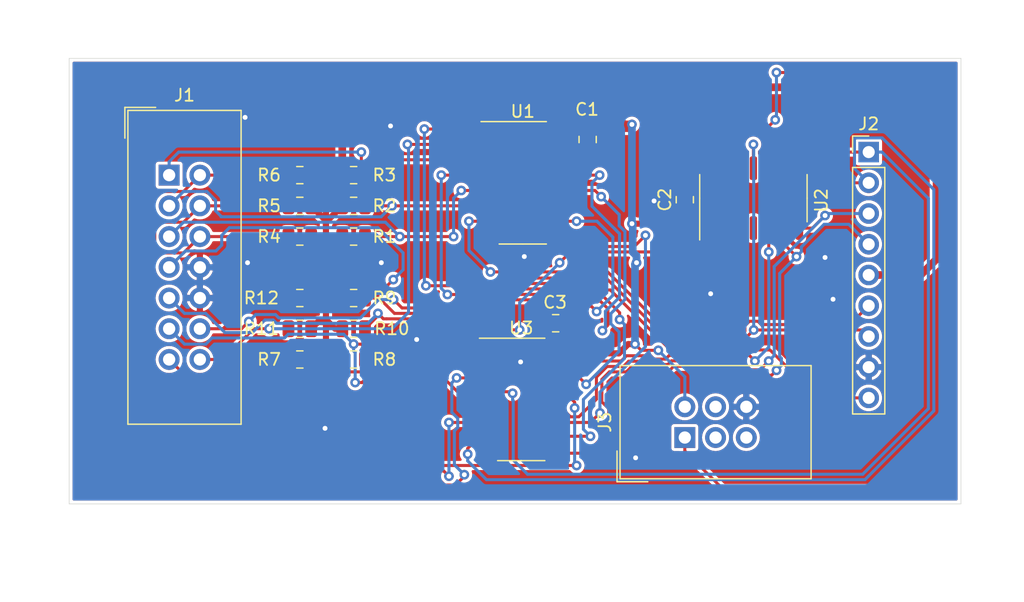
<source format=kicad_pcb>
(kicad_pcb (version 20171130) (host pcbnew "(5.1.4)-1")
  (layers (0 F.Cu signal) (31 B.Cu signal) (34 B.Paste user) (35 F.Paste user) (36 B.SilkS user) (37 F.SilkS user) (38 B.Mask user) (39 F.Mask user) (44 Edge.Cuts user))
  (net 0 "")
  (net 1 TR)
  (net 2 GND)
  (net 3 TH)
  (net 4 TL)
  (net 5 +5V)
  (net 6 RIGHT)
  (net 7 LEFT)
  (net 8 DOWN)
  (net 9 UP)
  (net 10 BUTTON_A)
  (net 11 BUTTON_B)
  (net 12 BUTTON_C)
  (net 13 BUTTON_X)
  (net 14 BUTTON_Y)
  (net 15 BUTTON_Z)
  (net 16 BUTTON_UP)
  (net 17 BUTTON_DOWN)
  (net 18 BUTTON_LEFT)
  (net 19 BUTTON_RIGHT)
  (net 20 BUTTON_START)
  (net 21 BUTTON_MODE)
  (net 22 "Net-(U1-Pad12)")
  (net 23 "Net-(U1-Pad9)")
  (net 24 "Net-(U2-Pad5)")
  (net 25 "Net-(U2-Pad2)")
  (net 26 "Net-(J3-Pad1)")
  (module Connector_IDC:IDC-Header_2x03_P2.54mm_Vertical (layer F.Cu) (at 139.7508 69.4436 90)
    (fp_text reference J3 (at 1.27 -6.604 90) (layer F.SilkS))
    (fp_text value Conn_02x03_Odd_Even)
    (pad 6 thru_hole oval (at 2.54 5.08 90) (size 1.7272 1.7272) (drill 1.016) (layers *.Cu *.Mask) (net 2 GND))
    (pad 5 thru_hole oval (at 0 5.08 90) (size 1.7272 1.7272) (drill 1.016) (layers *.Cu *.Mask))
    (pad 4 thru_hole oval (at 2.54 2.54 90) (size 1.7272 1.7272) (drill 1.016) (layers *.Cu *.Mask))
    (pad 3 thru_hole oval (at 0 2.54 90) (size 1.7272 1.7272) (drill 1.016) (layers *.Cu *.Mask))
    (pad 2 thru_hole oval (at 2.54 0 90) (size 1.7272 1.7272) (drill 1.016) (layers *.Cu *.Mask) (net 5 +5V))
    (pad 1 thru_hole rect (at 0 0 90) (size 1.7272 1.7272) (drill 1.016) (layers *.Cu *.Mask) (net 26 "Net-(J3-Pad1)"))
  )
  (module Capacitor_SMD:C_0805_2012Metric (layer F.Cu) (at 129.0828 59.9948 180)
    (fp_text reference C3 (at 0.0508 1.7272) (layer F.SilkS))
    (fp_text value 0.1u)
    (pad 2 smd roundrect (at 0.9375 0 180) (size 0.975 1.4) (layers F.Cu F.Paste F.Mask) (net 2 GND))
    (pad 1 smd roundrect (at -0.9375 0 180) (size 0.975 1.4) (layers F.Cu F.Paste F.Mask) (net 5 +5V))
  )
  (module Capacitor_SMD:C_0805_2012Metric (layer F.Cu) (at 139.7508 49.784 90)
    (fp_text reference C2 (at 0 -1.65 90) (layer F.SilkS))
    (fp_text value 0.1u)
    (pad 2 smd roundrect (at 0.9375 0 90) (size 0.975 1.4) (layers F.Cu F.Paste F.Mask) (net 2 GND))
    (pad 1 smd roundrect (at -0.9375 0 90) (size 0.975 1.4) (layers F.Cu F.Paste F.Mask) (net 5 +5V))
  )
  (module Capacitor_SMD:C_0805_2012Metric (layer F.Cu) (at 131.7244 44.8056 270)
    (fp_text reference C1 (at -2.4892 0.0508 180) (layer F.SilkS))
    (fp_text value 0.1u)
    (pad 2 smd roundrect (at 0.9375 0 270) (size 0.975 1.4) (layers F.Cu F.Paste F.Mask) (net 2 GND))
    (pad 1 smd roundrect (at -0.9375 0 270) (size 0.975 1.4) (layers F.Cu F.Paste F.Mask) (net 5 +5V))
  )
  (module Package_SO:SOIC-16_3.9x9.9mm_P1.27mm (layer F.Cu) (at 126.238 66.294)
    (fp_text reference U3 (at 0 -5.9) (layer F.SilkS))
    (fp_text value 74LS257)
    (pad 16 smd roundrect (at 2.475 -4.445) (size 1.95 0.6) (layers F.Cu F.Paste F.Mask) (net 5 +5V))
    (pad 15 smd roundrect (at 2.475 -3.175) (size 1.95 0.6) (layers F.Cu F.Paste F.Mask) (net 24 "Net-(U2-Pad5)"))
    (pad 14 smd roundrect (at 2.475 -1.905) (size 1.95 0.6) (layers F.Cu F.Paste F.Mask) (net 22 "Net-(U1-Pad12)"))
    (pad 13 smd roundrect (at 2.475 -0.635) (size 1.95 0.6) (layers F.Cu F.Paste F.Mask) (net 13 BUTTON_X))
    (pad 12 smd roundrect (at 2.475 0.635) (size 1.95 0.6) (layers F.Cu F.Paste F.Mask) (net 7 LEFT))
    (pad 11 smd roundrect (at 2.475 1.905) (size 1.95 0.6) (layers F.Cu F.Paste F.Mask) (net 23 "Net-(U1-Pad9)"))
    (pad 10 smd roundrect (at 2.475 3.175) (size 1.95 0.6) (layers F.Cu F.Paste F.Mask) (net 21 BUTTON_MODE))
    (pad 9 smd roundrect (at 2.475 4.445) (size 1.95 0.6) (layers F.Cu F.Paste F.Mask) (net 6 RIGHT))
    (pad 8 smd roundrect (at -2.475 4.445) (size 1.95 0.6) (layers F.Cu F.Paste F.Mask) (net 2 GND))
    (pad 7 smd roundrect (at -2.475 3.175) (size 1.95 0.6) (layers F.Cu F.Paste F.Mask) (net 8 DOWN))
    (pad 6 smd roundrect (at -2.475 1.905) (size 1.95 0.6) (layers F.Cu F.Paste F.Mask) (net 14 BUTTON_Y))
    (pad 5 smd roundrect (at -2.475 0.635) (size 1.95 0.6) (layers F.Cu F.Paste F.Mask) (net 17 BUTTON_DOWN))
    (pad 4 smd roundrect (at -2.475 -0.635) (size 1.95 0.6) (layers F.Cu F.Paste F.Mask) (net 9 UP))
    (pad 3 smd roundrect (at -2.475 -1.905) (size 1.95 0.6) (layers F.Cu F.Paste F.Mask) (net 15 BUTTON_Z))
    (pad 2 smd roundrect (at -2.475 -3.175) (size 1.95 0.6) (layers F.Cu F.Paste F.Mask) (net 16 BUTTON_UP))
    (pad 1 smd roundrect (at -2.475 -4.445) (size 1.95 0.6) (layers F.Cu F.Paste F.Mask) (net 25 "Net-(U2-Pad2)"))
  )
  (module Package_SO:SOIC-14_3.9x8.7mm_P1.27mm (layer F.Cu) (at 145.415 49.657 90)
    (fp_text reference U2 (at -0.1778 5.6134 90) (layer F.SilkS))
    (fp_text value ATtiny204-SS)
    (pad 14 smd roundrect (at 2.475 -3.81 90) (size 1.95 0.6) (layers F.Cu F.Paste F.Mask) (net 2 GND))
    (pad 13 smd roundrect (at 2.475 -2.54 90) (size 1.95 0.6) (layers F.Cu F.Paste F.Mask))
    (pad 12 smd roundrect (at 2.475 -1.27 90) (size 1.95 0.6) (layers F.Cu F.Paste F.Mask))
    (pad 11 smd roundrect (at 2.475 0 90) (size 1.95 0.6) (layers F.Cu F.Paste F.Mask) (net 3 TH))
    (pad 10 smd roundrect (at 2.475 1.27 90) (size 1.95 0.6) (layers F.Cu F.Paste F.Mask) (net 26 "Net-(J3-Pad1)"))
    (pad 9 smd roundrect (at 2.475 2.54 90) (size 1.95 0.6) (layers F.Cu F.Paste F.Mask) (net 9 UP))
    (pad 8 smd roundrect (at 2.475 3.81 90) (size 1.95 0.6) (layers F.Cu F.Paste F.Mask) (net 8 DOWN))
    (pad 7 smd roundrect (at -2.475 3.81 90) (size 1.95 0.6) (layers F.Cu F.Paste F.Mask) (net 7 LEFT))
    (pad 6 smd roundrect (at -2.475 2.54 90) (size 1.95 0.6) (layers F.Cu F.Paste F.Mask) (net 6 RIGHT))
    (pad 5 smd roundrect (at -2.475 1.27 90) (size 1.95 0.6) (layers F.Cu F.Paste F.Mask) (net 24 "Net-(U2-Pad5)"))
    (pad 4 smd roundrect (at -2.475 0 90) (size 1.95 0.6) (layers F.Cu F.Paste F.Mask))
    (pad 3 smd roundrect (at -2.475 -1.27 90) (size 1.95 0.6) (layers F.Cu F.Paste F.Mask))
    (pad 2 smd roundrect (at -2.475 -2.54 90) (size 1.95 0.6) (layers F.Cu F.Paste F.Mask) (net 25 "Net-(U2-Pad2)"))
    (pad 1 smd roundrect (at -2.475 -3.81 90) (size 1.95 0.6) (layers F.Cu F.Paste F.Mask) (net 5 +5V))
  )
  (module Package_SO:SOIC-16_3.9x9.9mm_P1.27mm (layer F.Cu) (at 126.365 48.387)
    (fp_text reference U1 (at 0 -5.9) (layer F.SilkS))
    (fp_text value 74LS257)
    (pad 16 smd roundrect (at 2.475 -4.445) (size 1.95 0.6) (layers F.Cu F.Paste F.Mask) (net 5 +5V))
    (pad 15 smd roundrect (at 2.475 -3.175) (size 1.95 0.6) (layers F.Cu F.Paste F.Mask) (net 2 GND))
    (pad 14 smd roundrect (at 2.475 -1.905) (size 1.95 0.6) (layers F.Cu F.Paste F.Mask) (net 2 GND))
    (pad 13 smd roundrect (at 2.475 -0.635) (size 1.95 0.6) (layers F.Cu F.Paste F.Mask) (net 18 BUTTON_LEFT))
    (pad 12 smd roundrect (at 2.475 0.635) (size 1.95 0.6) (layers F.Cu F.Paste F.Mask) (net 22 "Net-(U1-Pad12)"))
    (pad 11 smd roundrect (at 2.475 1.905) (size 1.95 0.6) (layers F.Cu F.Paste F.Mask) (net 2 GND))
    (pad 10 smd roundrect (at 2.475 3.175) (size 1.95 0.6) (layers F.Cu F.Paste F.Mask) (net 19 BUTTON_RIGHT))
    (pad 9 smd roundrect (at 2.475 4.445) (size 1.95 0.6) (layers F.Cu F.Paste F.Mask) (net 23 "Net-(U1-Pad9)"))
    (pad 8 smd roundrect (at -2.475 4.445) (size 1.95 0.6) (layers F.Cu F.Paste F.Mask) (net 2 GND))
    (pad 7 smd roundrect (at -2.475 3.175) (size 1.95 0.6) (layers F.Cu F.Paste F.Mask) (net 4 TL))
    (pad 6 smd roundrect (at -2.475 1.905) (size 1.95 0.6) (layers F.Cu F.Paste F.Mask) (net 11 BUTTON_B))
    (pad 5 smd roundrect (at -2.475 0.635) (size 1.95 0.6) (layers F.Cu F.Paste F.Mask) (net 10 BUTTON_A))
    (pad 4 smd roundrect (at -2.475 -0.635) (size 1.95 0.6) (layers F.Cu F.Paste F.Mask) (net 1 TR))
    (pad 3 smd roundrect (at -2.475 -1.905) (size 1.95 0.6) (layers F.Cu F.Paste F.Mask) (net 12 BUTTON_C))
    (pad 2 smd roundrect (at -2.475 -3.175) (size 1.95 0.6) (layers F.Cu F.Paste F.Mask) (net 20 BUTTON_START))
    (pad 1 smd roundrect (at -2.475 -4.445) (size 1.95 0.6) (layers F.Cu F.Paste F.Mask) (net 3 TH))
  )
  (module Resistor_SMD:R_0805_2012Metric (layer F.Cu) (at 107.95 57.912 180)
    (fp_text reference R12 (at 3.175 0) (layer F.SilkS))
    (fp_text value 47k)
    (pad 2 smd roundrect (at 0.9375 0 180) (size 0.975 1.4) (layers F.Cu F.Paste F.Mask) (net 21 BUTTON_MODE))
    (pad 1 smd roundrect (at -0.9375 0 180) (size 0.975 1.4) (layers F.Cu F.Paste F.Mask) (net 5 +5V))
  )
  (module Resistor_SMD:R_0805_2012Metric (layer F.Cu) (at 107.95 60.452 180)
    (fp_text reference R11 (at 3.175 0) (layer F.SilkS))
    (fp_text value 47k)
    (pad 2 smd roundrect (at 0.9375 0 180) (size 0.975 1.4) (layers F.Cu F.Paste F.Mask) (net 20 BUTTON_START))
    (pad 1 smd roundrect (at -0.9375 0 180) (size 0.975 1.4) (layers F.Cu F.Paste F.Mask) (net 5 +5V))
  )
  (module Resistor_SMD:R_0805_2012Metric (layer F.Cu) (at 112.395 60.452)
    (fp_text reference R10 (at 3.16 0) (layer F.SilkS))
    (fp_text value 47k)
    (pad 2 smd roundrect (at 0.9375 0) (size 0.975 1.4) (layers F.Cu F.Paste F.Mask) (net 19 BUTTON_RIGHT))
    (pad 1 smd roundrect (at -0.9375 0) (size 0.975 1.4) (layers F.Cu F.Paste F.Mask) (net 5 +5V))
  )
  (module Resistor_SMD:R_0805_2012Metric (layer F.Cu) (at 112.395 57.912)
    (fp_text reference R9 (at 2.54 0) (layer F.SilkS))
    (fp_text value 47k)
    (pad 2 smd roundrect (at 0.9375 0) (size 0.975 1.4) (layers F.Cu F.Paste F.Mask) (net 18 BUTTON_LEFT))
    (pad 1 smd roundrect (at -0.9375 0) (size 0.975 1.4) (layers F.Cu F.Paste F.Mask) (net 5 +5V))
  )
  (module Resistor_SMD:R_0805_2012Metric (layer F.Cu) (at 112.395 62.992)
    (fp_text reference R8 (at 2.54 0) (layer F.SilkS))
    (fp_text value 47k)
    (pad 2 smd roundrect (at 0.9375 0) (size 0.975 1.4) (layers F.Cu F.Paste F.Mask) (net 17 BUTTON_DOWN))
    (pad 1 smd roundrect (at -0.9375 0) (size 0.975 1.4) (layers F.Cu F.Paste F.Mask) (net 5 +5V))
  )
  (module Resistor_SMD:R_0805_2012Metric (layer F.Cu) (at 107.95 62.992 180)
    (fp_text reference R7 (at 2.54 0) (layer F.SilkS))
    (fp_text value 47k)
    (pad 2 smd roundrect (at 0.9375 0 180) (size 0.975 1.4) (layers F.Cu F.Paste F.Mask) (net 16 BUTTON_UP))
    (pad 1 smd roundrect (at -0.9375 0 180) (size 0.975 1.4) (layers F.Cu F.Paste F.Mask) (net 5 +5V))
  )
  (module Resistor_SMD:R_0805_2012Metric (layer F.Cu) (at 107.95 47.752 180)
    (fp_text reference R6 (at 2.539999 0) (layer F.SilkS))
    (fp_text value 47k)
    (pad 2 smd roundrect (at 0.9375 0 180) (size 0.975 1.4) (layers F.Cu F.Paste F.Mask) (net 15 BUTTON_Z))
    (pad 1 smd roundrect (at -0.9375 0 180) (size 0.975 1.4) (layers F.Cu F.Paste F.Mask) (net 5 +5V))
  )
  (module Resistor_SMD:R_0805_2012Metric (layer F.Cu) (at 107.95 50.292 180)
    (fp_text reference R5 (at 2.54 0) (layer F.SilkS))
    (fp_text value 47k)
    (pad 2 smd roundrect (at 0.9375 0 180) (size 0.975 1.4) (layers F.Cu F.Paste F.Mask) (net 14 BUTTON_Y))
    (pad 1 smd roundrect (at -0.9375 0 180) (size 0.975 1.4) (layers F.Cu F.Paste F.Mask) (net 5 +5V))
  )
  (module Resistor_SMD:R_0805_2012Metric (layer F.Cu) (at 107.95 52.832 180)
    (fp_text reference R4 (at 2.54 0) (layer F.SilkS))
    (fp_text value 47k)
    (pad 2 smd roundrect (at 0.9375 0 180) (size 0.975 1.4) (layers F.Cu F.Paste F.Mask) (net 13 BUTTON_X))
    (pad 1 smd roundrect (at -0.9375 0 180) (size 0.975 1.4) (layers F.Cu F.Paste F.Mask) (net 5 +5V))
  )
  (module Resistor_SMD:R_0805_2012Metric (layer F.Cu) (at 112.395 47.752)
    (fp_text reference R3 (at 2.54 0) (layer F.SilkS))
    (fp_text value 47k)
    (pad 2 smd roundrect (at 0.9375 0) (size 0.975 1.4) (layers F.Cu F.Paste F.Mask) (net 12 BUTTON_C))
    (pad 1 smd roundrect (at -0.9375 0) (size 0.975 1.4) (layers F.Cu F.Paste F.Mask) (net 5 +5V))
  )
  (module Resistor_SMD:R_0805_2012Metric (layer F.Cu) (at 112.395001 50.292)
    (fp_text reference R2 (at 2.539999 0) (layer F.SilkS))
    (fp_text value 47k)
    (pad 2 smd roundrect (at 0.9375 0) (size 0.975 1.4) (layers F.Cu F.Paste F.Mask) (net 11 BUTTON_B))
    (pad 1 smd roundrect (at -0.9375 0) (size 0.975 1.4) (layers F.Cu F.Paste F.Mask) (net 5 +5V))
  )
  (module Resistor_SMD:R_0805_2012Metric (layer F.Cu) (at 112.395001 52.832)
    (fp_text reference R1 (at 2.539999 0) (layer F.SilkS))
    (fp_text value 47k)
    (pad 2 smd roundrect (at 0.9375 0) (size 0.975 1.4) (layers F.Cu F.Paste F.Mask) (net 10 BUTTON_A))
    (pad 1 smd roundrect (at -0.9375 0) (size 0.975 1.4) (layers F.Cu F.Paste F.Mask) (net 5 +5V))
  )
  (module Connector_PinHeader_2.54mm:PinHeader_1x09_P2.54mm_Vertical (layer F.Cu) (at 154.94 45.847)
    (fp_text reference J2 (at 0 -2.33) (layer F.SilkS))
    (fp_text value DB9_Female)
    (pad 9 thru_hole oval (at 0 20.32) (size 1.7 1.7) (drill 1) (layers *.Cu *.Mask) (net 1 TR))
    (pad 8 thru_hole oval (at 0 17.78) (size 1.7 1.7) (drill 1) (layers *.Cu *.Mask) (net 2 GND))
    (pad 7 thru_hole oval (at 0 15.24) (size 1.7 1.7) (drill 1) (layers *.Cu *.Mask) (net 3 TH))
    (pad 6 thru_hole oval (at 0 12.7) (size 1.7 1.7) (drill 1) (layers *.Cu *.Mask) (net 4 TL))
    (pad 5 thru_hole oval (at 0 10.16) (size 1.7 1.7) (drill 1) (layers *.Cu *.Mask) (net 5 +5V))
    (pad 4 thru_hole oval (at 0 7.62) (size 1.7 1.7) (drill 1) (layers *.Cu *.Mask) (net 6 RIGHT))
    (pad 3 thru_hole oval (at 0 5.08) (size 1.7 1.7) (drill 1) (layers *.Cu *.Mask) (net 7 LEFT))
    (pad 2 thru_hole oval (at 0 2.54) (size 1.7 1.7) (drill 1) (layers *.Cu *.Mask) (net 8 DOWN))
    (pad 1 thru_hole rect (at 0 0) (size 1.7 1.7) (drill 1) (layers *.Cu *.Mask) (net 9 UP))
  )
  (module Connector_IDC:IDC-Header_2x07_P2.54mm_Vertical (layer F.Cu) (at 97.155 47.752)
    (fp_text reference J1 (at 1.27 -6.604) (layer F.SilkS))
    (fp_text value Conn_02x07_Odd_Even)
    (pad 14 thru_hole oval (at 2.54 15.24) (size 1.7272 1.7272) (drill 1.016) (layers *.Cu *.Mask) (net 20 BUTTON_START))
    (pad 13 thru_hole oval (at 0 15.24) (size 1.7272 1.7272) (drill 1.016) (layers *.Cu *.Mask) (net 16 BUTTON_UP))
    (pad 12 thru_hole oval (at 2.54 12.7) (size 1.7272 1.7272) (drill 1.016) (layers *.Cu *.Mask) (net 21 BUTTON_MODE))
    (pad 11 thru_hole oval (at 0 12.7) (size 1.7272 1.7272) (drill 1.016) (layers *.Cu *.Mask) (net 17 BUTTON_DOWN))
    (pad 10 thru_hole oval (at 2.54 10.16) (size 1.7272 1.7272) (drill 1.016) (layers *.Cu *.Mask) (net 2 GND))
    (pad 9 thru_hole oval (at 0 10.16) (size 1.7272 1.7272) (drill 1.016) (layers *.Cu *.Mask) (net 19 BUTTON_RIGHT))
    (pad 8 thru_hole oval (at 2.54 7.62) (size 1.7272 1.7272) (drill 1.016) (layers *.Cu *.Mask) (net 2 GND))
    (pad 7 thru_hole oval (at 0 7.62) (size 1.7272 1.7272) (drill 1.016) (layers *.Cu *.Mask) (net 18 BUTTON_LEFT))
    (pad 6 thru_hole oval (at 2.54 5.08) (size 1.7272 1.7272) (drill 1.016) (layers *.Cu *.Mask) (net 13 BUTTON_X))
    (pad 5 thru_hole oval (at 0 5.08) (size 1.7272 1.7272) (drill 1.016) (layers *.Cu *.Mask) (net 10 BUTTON_A))
    (pad 4 thru_hole oval (at 2.54 2.54) (size 1.7272 1.7272) (drill 1.016) (layers *.Cu *.Mask) (net 14 BUTTON_Y))
    (pad 3 thru_hole oval (at 0 2.54) (size 1.7272 1.7272) (drill 1.016) (layers *.Cu *.Mask) (net 11 BUTTON_B))
    (pad 2 thru_hole oval (at 2.54 0) (size 1.7272 1.7272) (drill 1.016) (layers *.Cu *.Mask) (net 15 BUTTON_Z))
    (pad 1 thru_hole rect (at 0 0) (size 1.7272 1.7272) (drill 1.016) (layers *.Cu *.Mask) (net 12 BUTTON_C))
  )
  (gr_line (start 88.9 74.93) (end 88.9 38.1) (layer Edge.Cuts) (width 0.05))
  (gr_line (start 162.56 74.93) (end 88.9 74.93) (layer Edge.Cuts) (width 0.05))
  (gr_line (start 162.56 38.1) (end 162.56 74.93) (layer Edge.Cuts) (width 0.05))
  (gr_line (start 88.9 38.1) (end 162.56 38.1) (layer Edge.Cuts) (width 0.05))
  (via (at 119.634 47.752) (size 0.8) (drill 0.4) (layers F.Cu B.Cu) (net 1))
  (segment (start 123.89 47.752) (end 119.634 47.752) (width 0.25) (layer F.Cu) (net 1))
  (via (at 120.142 57.621) (size 0.8) (drill 0.4) (layers F.Cu B.Cu) (net 1))
  (segment (start 119.634 47.752) (end 119.634 57.113) (width 0.25) (layer B.Cu) (net 1))
  (segment (start 119.634 57.113) (end 120.142 57.621) (width 0.25) (layer B.Cu) (net 1))
  (segment (start 146.7866 62.2046) (end 150.749 66.167) (width 0.25) (layer F.Cu) (net 1))
  (segment (start 138.557 62.2046) (end 146.7866 62.2046) (width 0.25) (layer F.Cu) (net 1))
  (segment (start 150.749 66.167) (end 154.94 66.167) (width 0.25) (layer F.Cu) (net 1))
  (segment (start 133.599381 57.246981) (end 138.557 62.2046) (width 0.25) (layer F.Cu) (net 1))
  (segment (start 131.668981 57.246981) (end 133.599381 57.246981) (width 0.25) (layer F.Cu) (net 1))
  (segment (start 131.13301 56.71101) (end 131.668981 57.246981) (width 0.25) (layer F.Cu) (net 1))
  (segment (start 124.71541 56.71101) (end 131.13301 56.71101) (width 0.25) (layer F.Cu) (net 1))
  (segment (start 123.80542 57.621) (end 124.71541 56.71101) (width 0.25) (layer F.Cu) (net 1))
  (segment (start 120.142 57.621) (end 123.80542 57.621) (width 0.25) (layer F.Cu) (net 1))
  (via (at 114.681 54.991) (size 0.8) (drill 0.4) (layers F.Cu B.Cu) (net 2))
  (via (at 103.632 54.991) (size 0.8) (drill 0.4) (layers F.Cu B.Cu) (net 2))
  (via (at 126.492 54.483) (size 0.8) (drill 0.4) (layers F.Cu B.Cu) (net 2))
  (via (at 115.443 43.688) (size 0.8) (drill 0.4) (layers F.Cu B.Cu) (net 2))
  (via (at 117.602 61.341) (size 0.8) (drill 0.4) (layers F.Cu B.Cu) (net 2))
  (via (at 141.8844 57.5564) (size 0.8) (drill 0.4) (layers F.Cu B.Cu) (net 2))
  (via (at 151.9936 58.0136) (size 0.8) (drill 0.4) (layers F.Cu B.Cu) (net 2))
  (via (at 137.2108 49.8856) (size 0.8) (drill 0.4) (layers F.Cu B.Cu) (net 2))
  (via (at 126.1872 63.1952) (size 0.8) (drill 0.4) (layers F.Cu B.Cu) (net 2))
  (via (at 110.0328 68.6816) (size 0.8) (drill 0.4) (layers F.Cu B.Cu) (net 2))
  (via (at 103.4288 42.9768) (size 0.8) (drill 0.4) (layers F.Cu B.Cu) (net 2))
  (via (at 135.6868 71.12) (size 0.8) (drill 0.4) (layers F.Cu B.Cu) (net 2))
  (via (at 151.3332 54.5592) (size 0.8) (drill 0.4) (layers F.Cu B.Cu) (net 2))
  (via (at 118.237 43.942) (size 0.8) (drill 0.4) (layers F.Cu B.Cu) (net 3))
  (segment (start 123.89 43.942) (end 118.237 43.942) (width 0.25) (layer F.Cu) (net 3))
  (via (at 118.364 56.896) (size 0.8) (drill 0.4) (layers F.Cu B.Cu) (net 3))
  (segment (start 118.237 43.942) (end 118.237 56.769) (width 0.25) (layer B.Cu) (net 3))
  (segment (start 118.237 56.769) (end 118.364 56.896) (width 0.25) (layer B.Cu) (net 3))
  (via (at 145.415 45.212) (size 0.8) (drill 0.4) (layers F.Cu B.Cu) (net 3))
  (segment (start 145.415 47.182) (end 145.415 45.212) (width 0.25) (layer F.Cu) (net 3))
  (via (at 145.4404 60.5536) (size 0.8) (drill 0.4) (layers F.Cu B.Cu) (net 3))
  (segment (start 154.4066 60.5536) (end 154.94 61.087) (width 0.25) (layer F.Cu) (net 3))
  (segment (start 145.4404 60.5536) (end 154.4066 60.5536) (width 0.25) (layer F.Cu) (net 3))
  (segment (start 144.23941 61.75459) (end 145.4404 60.5536) (width 0.25) (layer F.Cu) (net 3))
  (segment (start 138.7434 61.75459) (end 144.23941 61.75459) (width 0.25) (layer F.Cu) (net 3))
  (segment (start 133.24981 56.261) (end 138.7434 61.75459) (width 0.25) (layer F.Cu) (net 3))
  (segment (start 124.52901 56.261) (end 133.24981 56.261) (width 0.25) (layer F.Cu) (net 3))
  (segment (start 118.364 56.896) (end 123.89401 56.896) (width 0.25) (layer F.Cu) (net 3))
  (segment (start 123.89401 56.896) (end 124.52901 56.261) (width 0.25) (layer F.Cu) (net 3))
  (segment (start 145.4404 45.2374) (end 145.415 45.212) (width 0.25) (layer B.Cu) (net 3))
  (segment (start 145.4404 60.5536) (end 145.4404 45.2374) (width 0.25) (layer B.Cu) (net 3))
  (via (at 121.92 51.562) (size 0.8) (drill 0.4) (layers F.Cu B.Cu) (net 4))
  (segment (start 123.89 51.562) (end 121.92 51.562) (width 0.25) (layer F.Cu) (net 4))
  (via (at 123.698 55.753) (size 0.8) (drill 0.4) (layers F.Cu B.Cu) (net 4))
  (segment (start 121.92 51.562) (end 121.92 53.975) (width 0.25) (layer B.Cu) (net 4))
  (segment (start 121.92 53.975) (end 123.698 55.753) (width 0.25) (layer B.Cu) (net 4))
  (segment (start 146.05719 60.10359) (end 153.38341 60.10359) (width 0.25) (layer F.Cu) (net 4))
  (segment (start 145.782199 59.828599) (end 146.05719 60.10359) (width 0.25) (layer F.Cu) (net 4))
  (segment (start 145.092399 59.828599) (end 145.782199 59.828599) (width 0.25) (layer F.Cu) (net 4))
  (segment (start 123.698 55.753) (end 133.37822 55.753) (width 0.25) (layer F.Cu) (net 4))
  (segment (start 153.38341 60.10359) (end 154.94 58.547) (width 0.25) (layer F.Cu) (net 4))
  (segment (start 133.37822 55.753) (end 138.9298 61.30458) (width 0.25) (layer F.Cu) (net 4))
  (segment (start 144.05301 61.30458) (end 144.715399 60.642191) (width 0.25) (layer F.Cu) (net 4))
  (segment (start 144.715399 60.642191) (end 144.715399 60.205599) (width 0.25) (layer F.Cu) (net 4))
  (segment (start 138.9298 61.30458) (end 144.05301 61.30458) (width 0.25) (layer F.Cu) (net 4))
  (segment (start 144.715399 60.205599) (end 145.092399 59.828599) (width 0.25) (layer F.Cu) (net 4))
  (segment (start 111.4575 62.992) (end 110.744 62.992) (width 0.508) (layer F.Cu) (net 5))
  (segment (start 110.744 62.992) (end 110.109 62.357) (width 0.508) (layer F.Cu) (net 5))
  (segment (start 110.109 48.9735) (end 108.8875 47.752) (width 0.508) (layer F.Cu) (net 5))
  (segment (start 110.109 48.513) (end 110.109 49.276) (width 0.508) (layer F.Cu) (net 5))
  (segment (start 110.87 47.752) (end 110.109 48.513) (width 0.508) (layer F.Cu) (net 5))
  (segment (start 111.4575 47.752) (end 110.87 47.752) (width 0.508) (layer F.Cu) (net 5))
  (segment (start 110.109 49.276) (end 110.109 48.9735) (width 0.508) (layer F.Cu) (net 5))
  (segment (start 110.109 51.5135) (end 110.109 52.197) (width 0.508) (layer F.Cu) (net 5))
  (segment (start 108.8875 50.292) (end 110.109 51.5135) (width 0.508) (layer F.Cu) (net 5))
  (segment (start 110.109 51.640501) (end 110.109 51.816) (width 0.508) (layer F.Cu) (net 5))
  (segment (start 111.457501 50.292) (end 110.109 51.640501) (width 0.508) (layer F.Cu) (net 5))
  (segment (start 110.109 52.197) (end 110.109 51.816) (width 0.508) (layer F.Cu) (net 5))
  (segment (start 110.109 51.816) (end 110.109 49.276) (width 0.508) (layer F.Cu) (net 5))
  (segment (start 110.109 53.593001) (end 110.109 54.229) (width 0.508) (layer F.Cu) (net 5))
  (segment (start 110.870001 52.832) (end 110.109 53.593001) (width 0.508) (layer F.Cu) (net 5))
  (segment (start 111.457501 52.832) (end 110.870001 52.832) (width 0.508) (layer F.Cu) (net 5))
  (segment (start 110.109 54.229) (end 110.109 52.197) (width 0.508) (layer F.Cu) (net 5))
  (segment (start 110.109 54.0535) (end 110.109 54.61) (width 0.508) (layer F.Cu) (net 5))
  (segment (start 108.8875 52.832) (end 110.109 54.0535) (width 0.508) (layer F.Cu) (net 5))
  (segment (start 110.109 54.61) (end 110.109 54.229) (width 0.508) (layer F.Cu) (net 5))
  (segment (start 110.109 56.6905) (end 110.109 56.515) (width 0.508) (layer F.Cu) (net 5))
  (segment (start 108.8875 57.912) (end 110.109 56.6905) (width 0.508) (layer F.Cu) (net 5))
  (segment (start 110.109 56.5635) (end 110.109 56.134) (width 0.508) (layer F.Cu) (net 5))
  (segment (start 111.4575 57.912) (end 110.109 56.5635) (width 0.508) (layer F.Cu) (net 5))
  (segment (start 110.109 56.515) (end 110.109 56.134) (width 0.508) (layer F.Cu) (net 5))
  (segment (start 110.109 56.134) (end 110.109 54.61) (width 0.508) (layer F.Cu) (net 5))
  (segment (start 109.776237 59.895763) (end 110.109 59.563) (width 0.508) (layer F.Cu) (net 5))
  (segment (start 109.443737 59.895763) (end 109.776237 59.895763) (width 0.508) (layer F.Cu) (net 5))
  (segment (start 108.8875 60.452) (end 109.443737 59.895763) (width 0.508) (layer F.Cu) (net 5))
  (segment (start 110.109 59.563) (end 110.109 56.515) (width 0.508) (layer F.Cu) (net 5))
  (segment (start 110.109 59.691) (end 110.109 59.563) (width 0.508) (layer F.Cu) (net 5))
  (segment (start 110.87 60.452) (end 110.109 59.691) (width 0.508) (layer F.Cu) (net 5))
  (segment (start 111.4575 60.452) (end 110.87 60.452) (width 0.508) (layer F.Cu) (net 5))
  (segment (start 109.522237 62.435763) (end 110.109 61.849) (width 0.508) (layer F.Cu) (net 5))
  (segment (start 109.443737 62.435763) (end 109.522237 62.435763) (width 0.508) (layer F.Cu) (net 5))
  (segment (start 108.8875 62.992) (end 109.443737 62.435763) (width 0.508) (layer F.Cu) (net 5))
  (segment (start 110.109 62.357) (end 110.109 61.849) (width 0.508) (layer F.Cu) (net 5))
  (segment (start 110.109 61.849) (end 110.109 59.563) (width 0.508) (layer F.Cu) (net 5))
  (via (at 135.382 43.561) (size 0.8) (drill 0.4) (layers F.Cu B.Cu) (net 5))
  (via (at 135.763 54.991) (size 0.8) (drill 0.4) (layers F.Cu B.Cu) (net 5))
  (via (at 135.636 61.722) (size 0.8) (drill 0.4) (layers F.Cu B.Cu) (net 5))
  (via (at 135.382 51.7652) (size 0.8) (drill 0.4) (layers F.Cu B.Cu) (net 5))
  (segment (start 140.1945 50.7215) (end 141.605 52.132) (width 0.508) (layer F.Cu) (net 5))
  (segment (start 139.7508 50.7215) (end 140.1945 50.7215) (width 0.508) (layer F.Cu) (net 5))
  (segment (start 136.798322 51.7652) (end 138.556112 53.52299) (width 0.508) (layer F.Cu) (net 5))
  (segment (start 135.382 51.7652) (end 136.798322 51.7652) (width 0.508) (layer F.Cu) (net 5))
  (segment (start 140.21401 53.52299) (end 141.605 52.132) (width 0.508) (layer F.Cu) (net 5))
  (segment (start 138.556112 53.52299) (end 140.21401 53.52299) (width 0.508) (layer F.Cu) (net 5))
  (via (at 137.561747 62.234653) (size 0.8) (drill 0.4) (layers F.Cu B.Cu) (net 5))
  (segment (start 139.7508 66.9036) (end 139.7508 64.423706) (width 0.25) (layer B.Cu) (net 5))
  (segment (start 139.7508 64.423706) (end 137.561747 62.234653) (width 0.25) (layer B.Cu) (net 5))
  (segment (start 136.148653 62.234653) (end 135.636 61.722) (width 0.25) (layer F.Cu) (net 5))
  (segment (start 137.561747 62.234653) (end 136.148653 62.234653) (width 0.25) (layer F.Cu) (net 5))
  (segment (start 135.636 55.118) (end 135.763 54.991) (width 0.635) (layer B.Cu) (net 5))
  (segment (start 135.636 61.722) (end 135.636 55.118) (width 0.635) (layer B.Cu) (net 5))
  (segment (start 135.4455 51.8287) (end 135.382 51.7652) (width 0.635) (layer B.Cu) (net 5))
  (segment (start 135.4455 54.107815) (end 135.4455 51.8287) (width 0.635) (layer B.Cu) (net 5))
  (segment (start 135.763 54.425315) (end 135.4455 54.107815) (width 0.635) (layer B.Cu) (net 5))
  (segment (start 135.763 54.991) (end 135.763 54.425315) (width 0.635) (layer B.Cu) (net 5))
  (segment (start 135.382 51.7652) (end 135.382 43.561) (width 0.635) (layer B.Cu) (net 5))
  (segment (start 135.382 43.561) (end 134.747 43.561) (width 0.635) (layer F.Cu) (net 5))
  (segment (start 132.715 41.529) (end 115.189 41.529) (width 0.635) (layer F.Cu) (net 5))
  (segment (start 134.747 43.561) (end 132.715 41.529) (width 0.635) (layer F.Cu) (net 5))
  (segment (start 135.0749 43.8681) (end 135.382 43.561) (width 0.635) (layer F.Cu) (net 5))
  (segment (start 131.7244 43.8681) (end 135.0749 43.8681) (width 0.635) (layer F.Cu) (net 5))
  (segment (start 111.4575 45.2605) (end 111.4575 47.752) (width 0.635) (layer F.Cu) (net 5))
  (segment (start 115.189 41.529) (end 111.4575 45.2605) (width 0.635) (layer F.Cu) (net 5))
  (segment (start 159.2326 56.007) (end 154.94 56.007) (width 0.635) (layer F.Cu) (net 5))
  (segment (start 160.54589 41.26749) (end 160.54589 54.69371) (width 0.635) (layer F.Cu) (net 5))
  (segment (start 159.18931 39.91091) (end 160.54589 41.26749) (width 0.635) (layer F.Cu) (net 5))
  (segment (start 148.55709 39.91091) (end 159.18931 39.91091) (width 0.635) (layer F.Cu) (net 5))
  (segment (start 160.54589 54.69371) (end 159.2326 56.007) (width 0.635) (layer F.Cu) (net 5))
  (segment (start 132.715 41.275) (end 134.7216 39.2684) (width 0.635) (layer F.Cu) (net 5))
  (segment (start 132.715 41.529) (end 132.715 41.275) (width 0.635) (layer F.Cu) (net 5))
  (segment (start 134.7216 39.2684) (end 145.1356 39.2684) (width 0.635) (layer F.Cu) (net 5))
  (segment (start 145.1356 39.2684) (end 146.3548 40.4876) (width 0.635) (layer F.Cu) (net 5))
  (segment (start 146.3548 40.4876) (end 147.9804 40.4876) (width 0.635) (layer F.Cu) (net 5))
  (segment (start 147.9804 40.4876) (end 148.55709 39.91091) (width 0.635) (layer F.Cu) (net 5))
  (segment (start 128.9139 43.8681) (end 128.84 43.942) (width 0.508) (layer F.Cu) (net 5))
  (segment (start 131.7244 43.8681) (end 128.9139 43.8681) (width 0.508) (layer F.Cu) (net 5))
  (segment (start 128.713 61.849) (end 129.788 61.849) (width 0.508) (layer F.Cu) (net 5))
  (segment (start 130.0203 61.6167) (end 129.788 61.849) (width 0.508) (layer F.Cu) (net 5))
  (segment (start 130.0203 59.9948) (end 130.0203 61.6167) (width 0.508) (layer F.Cu) (net 5))
  (segment (start 135.070315 61.722) (end 134.308315 62.484) (width 0.508) (layer F.Cu) (net 5))
  (segment (start 135.636 61.722) (end 135.070315 61.722) (width 0.508) (layer F.Cu) (net 5))
  (segment (start 130.8876 62.484) (end 130.0203 61.6167) (width 0.508) (layer F.Cu) (net 5))
  (segment (start 134.308315 62.484) (end 130.8876 62.484) (width 0.508) (layer F.Cu) (net 5))
  (via (at 147.325597 63.887627) (size 0.8) (drill 0.4) (layers F.Cu B.Cu) (net 6))
  (segment (start 153.289 51.816) (end 154.94 53.467) (width 0.25) (layer B.Cu) (net 6))
  (segment (start 151.25841 51.816) (end 153.289 51.816) (width 0.25) (layer B.Cu) (net 6))
  (via (at 148.975653 54.487653) (size 0.8) (drill 0.4) (layers F.Cu B.Cu) (net 6))
  (segment (start 147.955 53.467) (end 147.955 52.132) (width 0.25) (layer F.Cu) (net 6))
  (segment (start 148.975653 54.487653) (end 147.955 53.467) (width 0.25) (layer F.Cu) (net 6))
  (segment (start 149.375652 53.698758) (end 149.543205 53.531205) (width 0.25) (layer B.Cu) (net 6))
  (segment (start 149.375652 54.087654) (end 149.375652 53.698758) (width 0.25) (layer B.Cu) (net 6))
  (segment (start 148.975653 54.487653) (end 149.375652 54.087654) (width 0.25) (layer B.Cu) (net 6))
  (segment (start 149.543205 53.531205) (end 151.25841 51.816) (width 0.25) (layer B.Cu) (net 6))
  (segment (start 148.594653 54.868653) (end 148.975653 54.487653) (width 0.25) (layer B.Cu) (net 6))
  (segment (start 147.58502 55.878286) (end 148.594653 54.868653) (width 0.25) (layer B.Cu) (net 6))
  (segment (start 147.58502 62.74902) (end 147.58502 55.878286) (width 0.25) (layer B.Cu) (net 6))
  (segment (start 147.725596 62.889596) (end 147.58502 62.74902) (width 0.25) (layer B.Cu) (net 6))
  (segment (start 147.725596 63.487628) (end 147.725596 62.889596) (width 0.25) (layer B.Cu) (net 6))
  (segment (start 147.325597 63.887627) (end 147.725596 63.487628) (width 0.25) (layer B.Cu) (net 6))
  (segment (start 146.919213 64.294011) (end 147.325597 63.887627) (width 0.25) (layer F.Cu) (net 6))
  (segment (start 144.964411 64.294011) (end 146.919213 64.294011) (width 0.25) (layer F.Cu) (net 6))
  (segment (start 138.83539 63.55463) (end 144.22503 63.55463) (width 0.25) (layer F.Cu) (net 6))
  (segment (start 138.530348 63.859672) (end 138.83539 63.55463) (width 0.25) (layer F.Cu) (net 6))
  (segment (start 144.22503 63.55463) (end 144.964411 64.294011) (width 0.25) (layer F.Cu) (net 6))
  (segment (start 136.565955 63.584683) (end 136.840947 63.859673) (width 0.25) (layer F.Cu) (net 6))
  (segment (start 136.840947 63.859673) (end 138.530348 63.859672) (width 0.25) (layer F.Cu) (net 6))
  (segment (start 135.348117 63.584683) (end 136.565955 63.584683) (width 0.25) (layer F.Cu) (net 6))
  (segment (start 134.913782 64.019018) (end 135.348117 63.584683) (width 0.25) (layer F.Cu) (net 6))
  (segment (start 128.713 70.739) (end 131.629002 70.739) (width 0.25) (layer F.Cu) (net 6))
  (segment (start 131.629002 70.739) (end 133.465401 68.902601) (width 0.25) (layer F.Cu) (net 6))
  (segment (start 133.465401 67.063599) (end 132.899002 66.4972) (width 0.25) (layer F.Cu) (net 6))
  (segment (start 133.518192 64.019018) (end 134.913782 64.019018) (width 0.25) (layer F.Cu) (net 6))
  (segment (start 132.899002 66.4972) (end 132.899002 64.638208) (width 0.25) (layer F.Cu) (net 6))
  (segment (start 133.465401 68.902601) (end 133.465401 67.063599) (width 0.25) (layer F.Cu) (net 6))
  (segment (start 132.899002 64.638208) (end 133.518192 64.019018) (width 0.25) (layer F.Cu) (net 6))
  (via (at 146.680347 63.123653) (size 0.8) (drill 0.4) (layers F.Cu B.Cu) (net 7))
  (segment (start 147.13501 62.66899) (end 147.13501 55.30299) (width 0.25) (layer B.Cu) (net 7))
  (segment (start 146.680347 63.123653) (end 147.13501 62.66899) (width 0.25) (layer B.Cu) (net 7))
  (segment (start 151.511 50.927) (end 154.94 50.927) (width 0.25) (layer B.Cu) (net 7))
  (segment (start 147.13501 55.30299) (end 151.511 50.927) (width 0.25) (layer B.Cu) (net 7))
  (via (at 151.334233 51.091) (size 0.8) (drill 0.4) (layers F.Cu B.Cu) (net 7))
  (segment (start 149.225 52.132) (end 150.293233 52.132) (width 0.25) (layer F.Cu) (net 7))
  (segment (start 150.293233 52.132) (end 151.334233 51.091) (width 0.25) (layer F.Cu) (net 7))
  (segment (start 129.08371 67.29971) (end 128.713 66.929) (width 0.25) (layer F.Cu) (net 7))
  (segment (start 138.343947 63.409663) (end 137.027346 63.409664) (width 0.25) (layer F.Cu) (net 7))
  (segment (start 145.959999 63.844001) (end 145.193999 63.844001) (width 0.25) (layer F.Cu) (net 7))
  (segment (start 138.64899 63.10462) (end 138.343947 63.409663) (width 0.25) (layer F.Cu) (net 7))
  (segment (start 130.998003 67.730201) (end 130.302001 67.730201) (width 0.25) (layer F.Cu) (net 7))
  (segment (start 144.454618 63.10462) (end 138.64899 63.10462) (width 0.25) (layer F.Cu) (net 7))
  (segment (start 145.193999 63.844001) (end 144.454618 63.10462) (width 0.25) (layer F.Cu) (net 7))
  (segment (start 146.680347 63.123653) (end 145.959999 63.844001) (width 0.25) (layer F.Cu) (net 7))
  (segment (start 137.027346 63.409664) (end 136.752355 63.134673) (width 0.25) (layer F.Cu) (net 7))
  (segment (start 136.752355 63.134673) (end 135.112894 63.134673) (width 0.25) (layer F.Cu) (net 7))
  (segment (start 134.678558 63.569009) (end 133.33179 63.56901) (width 0.25) (layer F.Cu) (net 7))
  (segment (start 135.112894 63.134673) (end 134.678558 63.569009) (width 0.25) (layer F.Cu) (net 7))
  (segment (start 133.33179 63.56901) (end 132.448992 64.451808) (width 0.25) (layer F.Cu) (net 7))
  (segment (start 132.448992 64.451808) (end 132.448992 66.279212) (width 0.25) (layer F.Cu) (net 7))
  (segment (start 129.87151 67.29971) (end 129.08371 67.29971) (width 0.25) (layer F.Cu) (net 7))
  (segment (start 132.448992 66.279212) (end 130.998003 67.730201) (width 0.25) (layer F.Cu) (net 7))
  (segment (start 130.302001 67.730201) (end 129.87151 67.29971) (width 0.25) (layer F.Cu) (net 7))
  (segment (start 149.225 47.182) (end 150.43 48.387) (width 0.25) (layer F.Cu) (net 8))
  (segment (start 150.43 48.387) (end 154.94 48.387) (width 0.25) (layer F.Cu) (net 8))
  (segment (start 122.688 69.469) (end 121.8184 70.3386) (width 0.25) (layer F.Cu) (net 8))
  (segment (start 123.763 69.469) (end 122.688 69.469) (width 0.25) (layer F.Cu) (net 8))
  (via (at 121.8184 70.8152) (size 0.8) (drill 0.4) (layers F.Cu B.Cu) (net 8))
  (segment (start 121.8184 70.3386) (end 121.8184 70.8152) (width 0.25) (layer F.Cu) (net 8))
  (segment (start 154.63 72.93001) (end 160.31761 67.2424) (width 0.25) (layer B.Cu) (net 8))
  (segment (start 123.367526 72.930011) (end 154.63 72.93001) (width 0.25) (layer B.Cu) (net 8))
  (segment (start 121.8184 70.8152) (end 121.8184 71.380885) (width 0.25) (layer B.Cu) (net 8))
  (segment (start 121.8184 71.380885) (end 123.367526 72.930011) (width 0.25) (layer B.Cu) (net 8))
  (segment (start 153.764999 47.211999) (end 154.090001 47.537001) (width 0.25) (layer B.Cu) (net 8))
  (segment (start 153.764999 44.736999) (end 153.764999 47.211999) (width 0.25) (layer B.Cu) (net 8))
  (segment (start 153.829999 44.671999) (end 153.764999 44.736999) (width 0.25) (layer B.Cu) (net 8))
  (segment (start 156.050001 44.671999) (end 153.829999 44.671999) (width 0.25) (layer B.Cu) (net 8))
  (segment (start 160.31761 48.939608) (end 156.050001 44.671999) (width 0.25) (layer B.Cu) (net 8))
  (segment (start 154.090001 47.537001) (end 154.94 48.387) (width 0.25) (layer B.Cu) (net 8))
  (segment (start 160.31761 67.2424) (end 160.31761 48.939608) (width 0.25) (layer B.Cu) (net 8))
  (segment (start 153.84 45.847) (end 154.94 45.847) (width 0.25) (layer F.Cu) (net 9))
  (segment (start 148.215 45.847) (end 153.84 45.847) (width 0.25) (layer F.Cu) (net 9))
  (segment (start 147.955 46.107) (end 148.215 45.847) (width 0.25) (layer F.Cu) (net 9))
  (segment (start 147.955 47.182) (end 147.955 46.107) (width 0.25) (layer F.Cu) (net 9))
  (via (at 125.5268 65.786) (size 0.8) (drill 0.4) (layers F.Cu B.Cu) (net 9))
  (segment (start 123.763 65.659) (end 125.3998 65.659) (width 0.25) (layer F.Cu) (net 9))
  (segment (start 125.3998 65.659) (end 125.5268 65.786) (width 0.25) (layer F.Cu) (net 9))
  (segment (start 156.04 45.847) (end 154.94 45.847) (width 0.25) (layer B.Cu) (net 9))
  (segment (start 159.8676 49.6746) (end 156.04 45.847) (width 0.25) (layer B.Cu) (net 9))
  (segment (start 159.8676 67.056) (end 159.8676 49.6746) (width 0.25) (layer B.Cu) (net 9))
  (segment (start 125.5268 65.786) (end 125.5268 66.351685) (width 0.25) (layer B.Cu) (net 9))
  (segment (start 125.5268 66.351685) (end 125.5776 66.402485) (width 0.25) (layer B.Cu) (net 9))
  (segment (start 125.5776 66.402485) (end 125.5776 71.300002) (width 0.25) (layer B.Cu) (net 9))
  (segment (start 125.5776 71.300002) (end 126.757599 72.480001) (width 0.25) (layer B.Cu) (net 9))
  (segment (start 126.757599 72.480001) (end 154.443599 72.480001) (width 0.25) (layer B.Cu) (net 9))
  (segment (start 154.443599 72.480001) (end 159.8676 67.056) (width 0.25) (layer B.Cu) (net 9))
  (segment (start 113.332501 52.832) (end 116.205 52.832) (width 0.25) (layer F.Cu) (net 10))
  (segment (start 98.343601 51.643399) (end 115.016399 51.643399) (width 0.25) (layer B.Cu) (net 10))
  (segment (start 97.155 52.832) (end 98.343601 51.643399) (width 0.25) (layer B.Cu) (net 10))
  (segment (start 115.016399 51.643399) (end 116.205 52.832) (width 0.25) (layer B.Cu) (net 10))
  (via (at 116.205 52.832) (size 0.8) (drill 0.4) (layers F.Cu B.Cu) (net 10))
  (via (at 120.65 52.832) (size 0.8) (drill 0.4) (layers F.Cu B.Cu) (net 10))
  (segment (start 116.205 52.832) (end 120.65 52.832) (width 0.25) (layer F.Cu) (net 10))
  (via (at 121.285 49.022) (size 0.8) (drill 0.4) (layers F.Cu B.Cu) (net 10))
  (segment (start 120.65 52.832) (end 120.65 49.657) (width 0.25) (layer B.Cu) (net 10))
  (segment (start 120.65 49.657) (end 121.285 49.022) (width 0.25) (layer B.Cu) (net 10))
  (segment (start 121.285 49.022) (end 123.89 49.022) (width 0.25) (layer F.Cu) (net 10))
  (via (at 115.57 50.292) (size 0.8) (drill 0.4) (layers F.Cu B.Cu) (net 11))
  (segment (start 113.332501 50.292) (end 115.57 50.292) (width 0.25) (layer F.Cu) (net 11))
  (segment (start 115.57 50.292) (end 123.89 50.292) (width 0.25) (layer F.Cu) (net 11))
  (segment (start 98.343601 49.103399) (end 97.155 50.292) (width 0.25) (layer B.Cu) (net 11))
  (segment (start 100.265529 49.103399) (end 98.343601 49.103399) (width 0.25) (layer B.Cu) (net 11))
  (segment (start 115.57 50.292) (end 114.668611 51.193389) (width 0.25) (layer B.Cu) (net 11))
  (segment (start 114.668611 51.193389) (end 101.4476 51.193389) (width 0.25) (layer B.Cu) (net 11))
  (segment (start 101.4476 51.193389) (end 101.4476 51.1556) (width 0.25) (layer B.Cu) (net 11))
  (segment (start 101.4476 51.1556) (end 100.9904 50.6984) (width 0.25) (layer B.Cu) (net 11))
  (segment (start 100.9904 50.6984) (end 100.9904 49.82827) (width 0.25) (layer B.Cu) (net 11))
  (segment (start 100.9904 49.82827) (end 100.265529 49.103399) (width 0.25) (layer B.Cu) (net 11))
  (via (at 113.03 45.847) (size 0.8) (drill 0.4) (layers F.Cu B.Cu) (net 12))
  (segment (start 97.9464 45.847) (end 113.03 45.847) (width 0.25) (layer B.Cu) (net 12))
  (segment (start 97.155 47.752) (end 97.155 46.6384) (width 0.25) (layer B.Cu) (net 12))
  (segment (start 97.155 46.6384) (end 97.9464 45.847) (width 0.25) (layer B.Cu) (net 12))
  (segment (start 113.03 47.4495) (end 113.3325 47.752) (width 0.25) (layer F.Cu) (net 12))
  (segment (start 113.03 45.847) (end 113.03 47.4495) (width 0.25) (layer F.Cu) (net 12))
  (segment (start 114.6025 46.482) (end 123.89 46.482) (width 0.25) (layer F.Cu) (net 12))
  (segment (start 113.3325 47.752) (end 114.6025 46.482) (width 0.25) (layer F.Cu) (net 12))
  (segment (start 99.695 52.832) (end 107.0125 52.832) (width 0.25) (layer F.Cu) (net 13))
  (via (at 130.650002 67.0052) (size 0.8) (drill 0.4) (layers F.Cu B.Cu) (net 13))
  (segment (start 130.650002 66.521002) (end 130.650002 67.0052) (width 0.25) (layer F.Cu) (net 13))
  (segment (start 128.713 65.659) (end 129.788 65.659) (width 0.25) (layer F.Cu) (net 13))
  (segment (start 129.788 65.659) (end 130.650002 66.521002) (width 0.25) (layer F.Cu) (net 13))
  (via (at 130.81 71.755) (size 0.8) (drill 0.4) (layers F.Cu B.Cu) (net 13))
  (segment (start 98.343601 54.183399) (end 96.584471 54.183399) (width 0.25) (layer F.Cu) (net 13))
  (segment (start 94.742 56.02587) (end 94.742 68.453) (width 0.25) (layer F.Cu) (net 13))
  (segment (start 96.584471 54.183399) (end 94.742 56.02587) (width 0.25) (layer F.Cu) (net 13))
  (segment (start 94.742 68.453) (end 94.742 69.088) (width 0.25) (layer F.Cu) (net 13))
  (segment (start 99.695 52.832) (end 98.343601 54.183399) (width 0.25) (layer F.Cu) (net 13))
  (segment (start 94.742 69.088) (end 97.409 71.755) (width 0.25) (layer F.Cu) (net 13))
  (segment (start 97.409 71.755) (end 130.81 71.755) (width 0.25) (layer F.Cu) (net 13))
  (segment (start 130.650002 71.595002) (end 130.81 71.755) (width 0.25) (layer B.Cu) (net 13))
  (segment (start 130.650002 67.0052) (end 130.650002 71.595002) (width 0.25) (layer B.Cu) (net 13))
  (segment (start 99.695 50.292) (end 107.0125 50.292) (width 0.25) (layer F.Cu) (net 14))
  (via (at 120.269 72.644) (size 0.8) (drill 0.4) (layers F.Cu B.Cu) (net 14))
  (via (at 120.269 68.199) (size 0.8) (drill 0.4) (layers F.Cu B.Cu) (net 14))
  (segment (start 120.269 72.644) (end 120.269 68.199) (width 0.25) (layer B.Cu) (net 14))
  (segment (start 120.269 68.199) (end 123.763 68.199) (width 0.25) (layer F.Cu) (net 14))
  (segment (start 98.343601 51.643399) (end 99.695 50.292) (width 0.25) (layer F.Cu) (net 14))
  (segment (start 96.584471 51.643399) (end 98.343601 51.643399) (width 0.25) (layer F.Cu) (net 14))
  (segment (start 120.269 72.644) (end 119.83001 72.20501) (width 0.25) (layer F.Cu) (net 14))
  (segment (start 97.2226 72.20501) (end 94.291991 69.274401) (width 0.25) (layer F.Cu) (net 14))
  (segment (start 94.291991 69.274401) (end 94.291991 55.415609) (width 0.25) (layer F.Cu) (net 14))
  (segment (start 119.83001 72.20501) (end 97.2226 72.20501) (width 0.25) (layer F.Cu) (net 14))
  (segment (start 94.291991 55.415609) (end 95.966399 53.741201) (width 0.25) (layer F.Cu) (net 14))
  (segment (start 95.966399 52.261471) (end 96.584471 51.643399) (width 0.25) (layer F.Cu) (net 14))
  (segment (start 95.966399 53.741201) (end 95.966399 52.261471) (width 0.25) (layer F.Cu) (net 14))
  (segment (start 99.695 47.752) (end 107.0125 47.752) (width 0.25) (layer F.Cu) (net 15))
  (via (at 121.539 72.517) (size 0.8) (drill 0.4) (layers F.Cu B.Cu) (net 15))
  (via (at 120.904 64.516) (size 0.8) (drill 0.4) (layers F.Cu B.Cu) (net 15))
  (segment (start 123.636 64.516) (end 123.763 64.389) (width 0.25) (layer F.Cu) (net 15))
  (segment (start 120.904 64.516) (end 123.636 64.516) (width 0.25) (layer F.Cu) (net 15))
  (segment (start 120.71901 71.69701) (end 121.539 72.517) (width 0.25) (layer B.Cu) (net 15))
  (segment (start 120.904 64.516) (end 120.504001 64.915999) (width 0.25) (layer B.Cu) (net 15))
  (segment (start 120.504001 67.360999) (end 120.994001 67.850999) (width 0.25) (layer B.Cu) (net 15))
  (segment (start 120.994001 67.850999) (end 120.994001 68.616999) (width 0.25) (layer B.Cu) (net 15))
  (segment (start 120.504001 64.915999) (end 120.504001 67.360999) (width 0.25) (layer B.Cu) (net 15))
  (segment (start 120.994001 68.616999) (end 120.71901 68.89199) (width 0.25) (layer B.Cu) (net 15))
  (segment (start 120.71901 68.89199) (end 120.71901 71.69701) (width 0.25) (layer B.Cu) (net 15))
  (segment (start 98.343601 49.103399) (end 99.695 47.752) (width 0.25) (layer F.Cu) (net 15))
  (segment (start 95.516389 50.171483) (end 96.584471 49.103399) (width 0.25) (layer F.Cu) (net 15))
  (segment (start 94.04517 55.00203) (end 95.516389 53.530811) (width 0.25) (layer F.Cu) (net 15))
  (segment (start 93.84197 69.46079) (end 93.84197 55.00203) (width 0.25) (layer F.Cu) (net 15))
  (segment (start 93.84197 55.00203) (end 94.04517 55.00203) (width 0.25) (layer F.Cu) (net 15))
  (segment (start 121.539 72.644) (end 120.813999 73.369001) (width 0.25) (layer F.Cu) (net 15))
  (segment (start 95.516389 53.530811) (end 95.516389 50.171483) (width 0.25) (layer F.Cu) (net 15))
  (segment (start 121.539 72.517) (end 121.539 72.644) (width 0.25) (layer F.Cu) (net 15))
  (segment (start 120.813999 73.369001) (end 119.920999 73.369001) (width 0.25) (layer F.Cu) (net 15))
  (segment (start 119.920999 73.369001) (end 119.207018 72.65502) (width 0.25) (layer F.Cu) (net 15))
  (segment (start 119.207018 72.65502) (end 97.0362 72.65502) (width 0.25) (layer F.Cu) (net 15))
  (segment (start 96.584471 49.103399) (end 98.343601 49.103399) (width 0.25) (layer F.Cu) (net 15))
  (segment (start 97.0362 72.65502) (end 93.84197 69.46079) (width 0.25) (layer F.Cu) (net 15))
  (segment (start 104.14 62.992) (end 107.0125 62.992) (width 0.25) (layer F.Cu) (net 16))
  (segment (start 102.235 64.897) (end 104.14 62.992) (width 0.25) (layer F.Cu) (net 16))
  (segment (start 97.155 62.992) (end 99.06 64.897) (width 0.25) (layer F.Cu) (net 16))
  (segment (start 99.06 64.897) (end 102.235 64.897) (width 0.25) (layer F.Cu) (net 16))
  (segment (start 122.688 63.119) (end 123.763 63.119) (width 0.25) (layer F.Cu) (net 16))
  (segment (start 121.227998 63.119) (end 122.688 63.119) (width 0.25) (layer F.Cu) (net 16))
  (segment (start 120.329988 64.01701) (end 121.227998 63.119) (width 0.25) (layer F.Cu) (net 16))
  (segment (start 108.03751 64.01701) (end 120.329988 64.01701) (width 0.25) (layer F.Cu) (net 16))
  (segment (start 107.0125 62.992) (end 108.03751 64.01701) (width 0.25) (layer F.Cu) (net 16))
  (via (at 112.395 61.722) (size 0.8) (drill 0.4) (layers F.Cu B.Cu) (net 17))
  (segment (start 112.395 61.722) (end 113.03 61.722) (width 0.25) (layer F.Cu) (net 17))
  (segment (start 113.3325 62.0245) (end 113.3325 62.992) (width 0.25) (layer F.Cu) (net 17))
  (segment (start 113.03 61.722) (end 113.3325 62.0245) (width 0.25) (layer F.Cu) (net 17))
  (segment (start 112.395 62.287685) (end 112.522 62.414685) (width 0.25) (layer B.Cu) (net 17))
  (segment (start 112.395 61.722) (end 112.395 62.287685) (width 0.25) (layer B.Cu) (net 17))
  (via (at 112.522 64.897) (size 0.8) (drill 0.4) (layers F.Cu B.Cu) (net 17))
  (segment (start 112.522 62.414685) (end 112.522 64.897) (width 0.25) (layer B.Cu) (net 17))
  (segment (start 113.087685 64.897) (end 113.517665 64.46702) (width 0.25) (layer F.Cu) (net 17))
  (segment (start 112.522 64.897) (end 113.087685 64.897) (width 0.25) (layer F.Cu) (net 17))
  (segment (start 122.688 66.929) (end 123.763 66.929) (width 0.25) (layer F.Cu) (net 17))
  (segment (start 122.243998 66.929) (end 122.688 66.929) (width 0.25) (layer F.Cu) (net 17))
  (segment (start 119.782018 64.46702) (end 122.243998 66.929) (width 0.25) (layer F.Cu) (net 17))
  (segment (start 113.517665 64.46702) (end 119.782018 64.46702) (width 0.25) (layer F.Cu) (net 17))
  (segment (start 111.57501 60.90201) (end 112.395 61.722) (width 0.25) (layer B.Cu) (net 17))
  (segment (start 97.155 60.452) (end 98.425 61.722) (width 0.25) (layer B.Cu) (net 17))
  (segment (start 98.425 61.722) (end 100.18413 61.722) (width 0.25) (layer B.Cu) (net 17))
  (segment (start 100.18413 61.722) (end 100.69213 61.214) (width 0.25) (layer B.Cu) (net 17))
  (segment (start 100.69213 61.214) (end 106.68 61.214) (width 0.25) (layer B.Cu) (net 17))
  (segment (start 106.68 61.214) (end 106.99199 60.90201) (width 0.25) (layer B.Cu) (net 17))
  (segment (start 106.99199 60.90201) (end 111.57501 60.90201) (width 0.25) (layer B.Cu) (net 17))
  (via (at 132.715 47.752) (size 0.8) (drill 0.4) (layers F.Cu B.Cu) (net 18))
  (segment (start 128.84 47.752) (end 132.715 47.752) (width 0.25) (layer F.Cu) (net 18))
  (segment (start 120.951392 58.52102) (end 120.290412 59.182) (width 0.25) (layer F.Cu) (net 18))
  (segment (start 131.248201 58.147001) (end 130.71223 57.61103) (width 0.25) (layer F.Cu) (net 18))
  (segment (start 130.71223 57.61103) (end 125.08821 57.61103) (width 0.25) (layer F.Cu) (net 18))
  (segment (start 125.08821 57.61103) (end 124.17822 58.52102) (width 0.25) (layer F.Cu) (net 18))
  (segment (start 124.17822 58.52102) (end 120.951392 58.52102) (width 0.25) (layer F.Cu) (net 18))
  (segment (start 101.020999 54.020601) (end 101.4984 53.5432) (width 0.25) (layer B.Cu) (net 18))
  (segment (start 97.155 55.372) (end 98.506399 54.020601) (width 0.25) (layer B.Cu) (net 18))
  (segment (start 98.506399 54.020601) (end 101.020999 54.020601) (width 0.25) (layer B.Cu) (net 18))
  (segment (start 101.4984 52.7304) (end 102.135391 52.093409) (width 0.25) (layer B.Cu) (net 18))
  (segment (start 101.4984 53.5432) (end 101.4984 52.7304) (width 0.25) (layer B.Cu) (net 18))
  (segment (start 114.393407 52.093409) (end 116.479991 54.179993) (width 0.25) (layer B.Cu) (net 18))
  (segment (start 102.135391 52.093409) (end 114.393407 52.093409) (width 0.25) (layer B.Cu) (net 18))
  (via (at 115.6716 56.388) (size 0.8) (drill 0.4) (layers F.Cu B.Cu) (net 18))
  (segment (start 116.479991 54.179993) (end 116.479991 55.579609) (width 0.25) (layer B.Cu) (net 18))
  (segment (start 116.479991 55.579609) (end 115.6716 56.388) (width 0.25) (layer B.Cu) (net 18))
  (segment (start 114.1476 57.912) (end 113.3325 57.912) (width 0.25) (layer F.Cu) (net 18))
  (segment (start 115.6716 56.388) (end 114.1476 57.912) (width 0.25) (layer F.Cu) (net 18))
  (segment (start 115.766998 59.182) (end 117.094 59.182) (width 0.25) (layer F.Cu) (net 18))
  (segment (start 114.496998 57.912) (end 115.766998 59.182) (width 0.25) (layer F.Cu) (net 18))
  (segment (start 114.1476 57.912) (end 114.496998 57.912) (width 0.25) (layer F.Cu) (net 18))
  (segment (start 120.290412 59.182) (end 117.094 59.182) (width 0.25) (layer F.Cu) (net 18))
  (via (at 132.9436 60.6044) (size 0.8) (drill 0.4) (layers F.Cu B.Cu) (net 18))
  (segment (start 132.149799 58.147001) (end 132.670601 58.147001) (width 0.25) (layer F.Cu) (net 18))
  (segment (start 132.149799 58.147001) (end 131.248201 58.147001) (width 0.25) (layer F.Cu) (net 18))
  (segment (start 132.6896 58.166) (end 132.770592 58.166) (width 0.25) (layer F.Cu) (net 18))
  (segment (start 132.670601 58.147001) (end 132.6896 58.166) (width 0.25) (layer F.Cu) (net 18))
  (segment (start 132.770592 58.166) (end 133.4008 58.796208) (width 0.25) (layer F.Cu) (net 18))
  (segment (start 133.4008 60.1472) (end 132.9436 60.6044) (width 0.25) (layer F.Cu) (net 18))
  (segment (start 133.4008 58.796208) (end 133.4008 60.1472) (width 0.25) (layer F.Cu) (net 18))
  (segment (start 132.08 48.387) (end 132.715 47.752) (width 0.25) (layer B.Cu) (net 18))
  (segment (start 132.9436 60.6044) (end 133.190989 60.357011) (width 0.25) (layer B.Cu) (net 18))
  (segment (start 133.190989 60.357011) (end 133.190989 59.009401) (width 0.25) (layer B.Cu) (net 18))
  (segment (start 133.190989 59.009401) (end 134.35298 57.84741) (width 0.25) (layer B.Cu) (net 18))
  (segment (start 134.35298 57.84741) (end 134.35298 52.59179) (width 0.25) (layer B.Cu) (net 18))
  (segment (start 134.35298 52.59179) (end 132.08 50.31881) (width 0.25) (layer B.Cu) (net 18))
  (segment (start 132.08 50.31881) (end 132.08 48.387) (width 0.25) (layer B.Cu) (net 18))
  (segment (start 97.155 57.912) (end 98.425 59.182) (width 0.25) (layer B.Cu) (net 19))
  (segment (start 98.425 59.182) (end 99.20587 59.182) (width 0.25) (layer B.Cu) (net 19))
  (segment (start 115.11999 59.63201) (end 120.911191 59.632009) (width 0.25) (layer F.Cu) (net 19))
  (segment (start 120.911191 59.632009) (end 121.57217 58.97103) (width 0.25) (layer F.Cu) (net 19))
  (segment (start 121.57217 58.97103) (end 124.364621 58.971029) (width 0.25) (layer F.Cu) (net 19))
  (segment (start 124.364621 58.971029) (end 125.27461 58.06104) (width 0.25) (layer F.Cu) (net 19))
  (segment (start 100.1776 59.182) (end 101.75959 60.76399) (width 0.25) (layer B.Cu) (net 19))
  (segment (start 99.7204 59.182) (end 100.1776 59.182) (width 0.25) (layer B.Cu) (net 19))
  (segment (start 99.20587 59.182) (end 99.7204 59.182) (width 0.25) (layer B.Cu) (net 19))
  (segment (start 105.751799 59.726999) (end 106.02679 60.00199) (width 0.25) (layer B.Cu) (net 19))
  (segment (start 105.061999 59.726999) (end 105.751799 59.726999) (width 0.25) (layer B.Cu) (net 19))
  (segment (start 101.75959 60.76399) (end 104.025008 60.76399) (width 0.25) (layer B.Cu) (net 19))
  (segment (start 104.025008 60.76399) (end 105.061999 59.726999) (width 0.25) (layer B.Cu) (net 19))
  (segment (start 106.02679 60.00199) (end 111.57501 60.00199) (width 0.25) (layer B.Cu) (net 19))
  (via (at 114.4016 59.182) (size 0.8) (drill 0.4) (layers F.Cu B.Cu) (net 19))
  (segment (start 111.57501 60.00199) (end 113.58161 60.00199) (width 0.25) (layer B.Cu) (net 19))
  (segment (start 113.58161 60.00199) (end 114.4016 59.182) (width 0.25) (layer B.Cu) (net 19))
  (segment (start 114.4016 59.3829) (end 113.3325 60.452) (width 0.25) (layer F.Cu) (net 19))
  (segment (start 114.4016 59.182) (end 114.4016 59.3829) (width 0.25) (layer F.Cu) (net 19))
  (segment (start 114.85161 59.63201) (end 115.11999 59.63201) (width 0.25) (layer F.Cu) (net 19))
  (segment (start 114.4016 59.182) (end 114.85161 59.63201) (width 0.25) (layer F.Cu) (net 19))
  (segment (start 130.52583 58.06104) (end 128.67976 58.06104) (width 0.25) (layer F.Cu) (net 19))
  (segment (start 125.27461 58.06104) (end 128.67976 58.06104) (width 0.25) (layer F.Cu) (net 19))
  (via (at 132.465989 59.02819) (size 0.8) (drill 0.4) (layers F.Cu B.Cu) (net 19))
  (segment (start 132.03481 58.597011) (end 132.465989 59.02819) (width 0.25) (layer F.Cu) (net 19))
  (segment (start 130.52583 58.06104) (end 131.061801 58.597011) (width 0.25) (layer F.Cu) (net 19))
  (segment (start 131.061801 58.597011) (end 132.03481 58.597011) (width 0.25) (layer F.Cu) (net 19))
  (segment (start 133.8072 52.8828) (end 133.8072 56.0832) (width 0.25) (layer B.Cu) (net 19))
  (via (at 130.81 51.562) (size 0.8) (drill 0.4) (layers F.Cu B.Cu) (net 19))
  (segment (start 130.81 51.562) (end 132.4864 51.562) (width 0.25) (layer B.Cu) (net 19))
  (segment (start 132.4864 51.562) (end 133.8072 52.8828) (width 0.25) (layer B.Cu) (net 19))
  (segment (start 128.84 51.562) (end 130.81 51.562) (width 0.25) (layer F.Cu) (net 19))
  (segment (start 133.8072 57.686979) (end 132.465989 59.02819) (width 0.25) (layer B.Cu) (net 19))
  (segment (start 133.8072 57.0484) (end 133.8072 57.686979) (width 0.25) (layer B.Cu) (net 19))
  (segment (start 133.8072 56.0832) (end 133.8072 57.0484) (width 0.25) (layer B.Cu) (net 19))
  (segment (start 99.695 62.992) (end 101.6 62.992) (width 0.25) (layer F.Cu) (net 20))
  (segment (start 101.6 62.992) (end 104.14 60.452) (width 0.25) (layer F.Cu) (net 20))
  (via (at 105.41 60.452) (size 0.8) (drill 0.4) (layers F.Cu B.Cu) (net 20))
  (segment (start 105.41 60.452) (end 107.0125 60.452) (width 0.25) (layer F.Cu) (net 20))
  (segment (start 104.14 60.452) (end 105.41 60.452) (width 0.25) (layer F.Cu) (net 20))
  (segment (start 105.41 60.452) (end 115.57 60.452) (width 0.25) (layer B.Cu) (net 20))
  (via (at 116.84 45.212) (size 0.8) (drill 0.4) (layers F.Cu B.Cu) (net 20))
  (segment (start 116.930001 45.302001) (end 116.84 45.212) (width 0.25) (layer B.Cu) (net 20))
  (segment (start 115.57 60.452) (end 116.930001 59.091999) (width 0.25) (layer B.Cu) (net 20))
  (segment (start 116.930001 59.091999) (end 116.930001 45.302001) (width 0.25) (layer B.Cu) (net 20))
  (segment (start 116.84 45.212) (end 123.89 45.212) (width 0.25) (layer F.Cu) (net 20))
  (segment (start 99.695 60.452) (end 101.6 60.452) (width 0.25) (layer F.Cu) (net 21))
  (segment (start 101.6 60.452) (end 104.14 57.912) (width 0.25) (layer F.Cu) (net 21))
  (segment (start 105.41 57.912) (end 107.0125 57.912) (width 0.25) (layer F.Cu) (net 21))
  (segment (start 104.14 57.912) (end 105.41 57.912) (width 0.25) (layer F.Cu) (net 21))
  (via (at 115.697 58.039) (size 0.8) (drill 0.4) (layers F.Cu B.Cu) (net 21))
  (via (at 134.366 59.69) (size 0.8) (drill 0.4) (layers F.Cu B.Cu) (net 21))
  (via (at 131.953 69.342) (size 0.8) (drill 0.4) (layers F.Cu B.Cu) (net 21))
  (segment (start 128.84 69.342) (end 128.713 69.469) (width 0.25) (layer F.Cu) (net 21))
  (segment (start 131.953 69.342) (end 128.84 69.342) (width 0.25) (layer F.Cu) (net 21))
  (segment (start 131.375002 68.764002) (end 131.953 69.342) (width 0.25) (layer B.Cu) (net 21))
  (segment (start 131.375002 66.294) (end 131.375002 68.764002) (width 0.25) (layer B.Cu) (net 21))
  (segment (start 134.765999 62.903003) (end 131.375002 66.294) (width 0.25) (layer B.Cu) (net 21))
  (segment (start 134.765999 60.089999) (end 134.765999 62.903003) (width 0.25) (layer B.Cu) (net 21))
  (segment (start 134.366 59.69) (end 134.765999 60.089999) (width 0.25) (layer B.Cu) (net 21))
  (segment (start 116.38999 58.73199) (end 115.697 58.039) (width 0.25) (layer F.Cu) (net 21))
  (segment (start 120.104012 58.73199) (end 116.38999 58.73199) (width 0.25) (layer F.Cu) (net 21))
  (segment (start 120.764992 58.07101) (end 120.104012 58.73199) (width 0.25) (layer F.Cu) (net 21))
  (segment (start 123.99182 58.07101) (end 120.764992 58.07101) (width 0.25) (layer F.Cu) (net 21))
  (segment (start 134.366 59.69) (end 134.366 59.124998) (width 0.25) (layer F.Cu) (net 21))
  (segment (start 132.937993 57.696991) (end 131.48258 57.69699) (width 0.25) (layer F.Cu) (net 21))
  (segment (start 131.48258 57.69699) (end 130.94661 57.16102) (width 0.25) (layer F.Cu) (net 21))
  (segment (start 134.366 59.124998) (end 132.937993 57.696991) (width 0.25) (layer F.Cu) (net 21))
  (segment (start 130.94661 57.16102) (end 124.90181 57.16102) (width 0.25) (layer F.Cu) (net 21))
  (segment (start 124.90181 57.16102) (end 123.99182 58.07101) (width 0.25) (layer F.Cu) (net 21))
  (via (at 103.737842 59.848763) (size 0.8) (drill 0.4) (layers F.Cu B.Cu) (net 21))
  (segment (start 99.695 60.452) (end 103.134605 60.452) (width 0.25) (layer F.Cu) (net 21))
  (segment (start 103.134605 60.452) (end 103.737842 59.848763) (width 0.25) (layer F.Cu) (net 21))
  (segment (start 105.9382 59.27699) (end 106.21319 59.55198) (width 0.25) (layer B.Cu) (net 21))
  (segment (start 103.737842 59.848763) (end 104.309615 59.27699) (width 0.25) (layer B.Cu) (net 21))
  (segment (start 104.309615 59.27699) (end 105.9382 59.27699) (width 0.25) (layer B.Cu) (net 21))
  (segment (start 115.131315 58.039) (end 115.697 58.039) (width 0.25) (layer B.Cu) (net 21))
  (segment (start 114.471598 58.039) (end 115.131315 58.039) (width 0.25) (layer B.Cu) (net 21))
  (segment (start 112.958618 59.55198) (end 114.471598 58.039) (width 0.25) (layer B.Cu) (net 21))
  (segment (start 106.21319 59.55198) (end 112.958618 59.55198) (width 0.25) (layer B.Cu) (net 21))
  (via (at 132.842 49.53) (size 0.8) (drill 0.4) (layers F.Cu B.Cu) (net 22))
  (segment (start 128.84 49.022) (end 132.334 49.022) (width 0.25) (layer F.Cu) (net 22))
  (segment (start 132.334 49.022) (end 132.842 49.53) (width 0.25) (layer F.Cu) (net 22))
  (segment (start 134.329001 51.931401) (end 134.329001 51.017001) (width 0.25) (layer B.Cu) (net 22))
  (segment (start 134.80299 52.40539) (end 134.329001 51.931401) (width 0.25) (layer B.Cu) (net 22))
  (segment (start 134.329001 51.017001) (end 132.842 49.53) (width 0.25) (layer B.Cu) (net 22))
  (segment (start 134.80299 58.03381) (end 134.80299 52.40539) (width 0.25) (layer B.Cu) (net 22))
  (segment (start 133.640999 59.195801) (end 134.80299 58.03381) (width 0.25) (layer B.Cu) (net 22))
  (segment (start 133.640999 60.038001) (end 133.640999 59.195801) (width 0.25) (layer B.Cu) (net 22))
  (segment (start 134.315989 60.712991) (end 133.640999 60.038001) (width 0.25) (layer B.Cu) (net 22))
  (via (at 131.599041 65.044656) (size 0.8) (drill 0.4) (layers F.Cu B.Cu) (net 22))
  (segment (start 128.713 64.389) (end 130.943385 64.389) (width 0.25) (layer F.Cu) (net 22))
  (segment (start 130.943385 64.389) (end 131.599041 65.044656) (width 0.25) (layer F.Cu) (net 22))
  (segment (start 134.315989 62.327708) (end 134.315989 61.467211) (width 0.25) (layer B.Cu) (net 22))
  (segment (start 131.599041 65.044656) (end 134.315989 62.327708) (width 0.25) (layer B.Cu) (net 22))
  (segment (start 134.315989 61.467211) (end 134.315989 60.712991) (width 0.25) (layer B.Cu) (net 22))
  (via (at 132.7404 67.4116) (size 0.8) (drill 0.4) (layers F.Cu B.Cu) (net 23))
  (segment (start 128.713 68.199) (end 131.953 68.199) (width 0.25) (layer F.Cu) (net 23))
  (segment (start 131.953 68.199) (end 132.7404 67.4116) (width 0.25) (layer F.Cu) (net 23))
  (via (at 136.4996 52.7304) (size 0.8) (drill 0.4) (layers F.Cu B.Cu) (net 23))
  (segment (start 129.65999 53.65199) (end 128.84 52.832) (width 0.25) (layer F.Cu) (net 23))
  (segment (start 135.57801 53.65199) (end 129.65999 53.65199) (width 0.25) (layer F.Cu) (net 23))
  (segment (start 136.4996 52.7304) (end 135.57801 53.65199) (width 0.25) (layer F.Cu) (net 23))
  (segment (start 136.4996 61.931402) (end 136.4996 61.0108) (width 0.25) (layer B.Cu) (net 23))
  (segment (start 136.4996 61.0108) (end 136.4996 52.7304) (width 0.25) (layer B.Cu) (net 23))
  (segment (start 132.7404 65.690602) (end 136.4996 61.931402) (width 0.25) (layer B.Cu) (net 23))
  (segment (start 132.7404 67.4116) (end 132.7404 65.690602) (width 0.25) (layer B.Cu) (net 23))
  (via (at 145.542 63.119) (size 0.8) (drill 0.4) (layers F.Cu B.Cu) (net 24))
  (via (at 146.685 54.102) (size 0.8) (drill 0.4) (layers F.Cu B.Cu) (net 24))
  (segment (start 146.685 58.731002) (end 146.685 54.102) (width 0.25) (layer B.Cu) (net 24))
  (segment (start 145.542 63.119) (end 146.685 61.976) (width 0.25) (layer B.Cu) (net 24))
  (segment (start 146.685 61.976) (end 146.685 58.731002) (width 0.25) (layer B.Cu) (net 24))
  (segment (start 146.685 54.102) (end 146.685 52.132) (width 0.25) (layer F.Cu) (net 24))
  (segment (start 134.492157 63.119) (end 134.926494 62.684663) (width 0.25) (layer F.Cu) (net 24))
  (segment (start 128.713 63.119) (end 134.492157 63.119) (width 0.25) (layer F.Cu) (net 24))
  (segment (start 138.157546 62.959654) (end 138.46259 62.65461) (width 0.25) (layer F.Cu) (net 24))
  (segment (start 137.213746 62.959654) (end 138.157546 62.959654) (width 0.25) (layer F.Cu) (net 24))
  (segment (start 134.926494 62.684663) (end 136.938755 62.684663) (width 0.25) (layer F.Cu) (net 24))
  (segment (start 136.938755 62.684663) (end 137.213746 62.959654) (width 0.25) (layer F.Cu) (net 24))
  (segment (start 145.07761 62.65461) (end 145.542 63.119) (width 0.25) (layer F.Cu) (net 24))
  (segment (start 138.46259 62.65461) (end 145.07761 62.65461) (width 0.25) (layer F.Cu) (net 24))
  (via (at 126.111 60.542) (size 0.8) (drill 0.4) (layers F.Cu B.Cu) (net 25))
  (segment (start 123.763 61.849) (end 125.07 60.542) (width 0.25) (layer F.Cu) (net 25))
  (segment (start 125.07 60.542) (end 126.111 60.542) (width 0.25) (layer F.Cu) (net 25))
  (via (at 129.413 54.991) (size 0.8) (drill 0.4) (layers F.Cu B.Cu) (net 25))
  (segment (start 126.111 60.542) (end 126.111 58.293) (width 0.25) (layer B.Cu) (net 25))
  (segment (start 126.111 58.293) (end 129.413 54.991) (width 0.25) (layer B.Cu) (net 25))
  (segment (start 142.875 53.207) (end 142.875 52.132) (width 0.25) (layer F.Cu) (net 25))
  (segment (start 141.98 54.102) (end 142.875 53.207) (width 0.25) (layer F.Cu) (net 25))
  (segment (start 130.302 54.102) (end 141.98 54.102) (width 0.25) (layer F.Cu) (net 25))
  (segment (start 129.413 54.991) (end 130.302 54.102) (width 0.25) (layer F.Cu) (net 25))
  (segment (start 139.7508 70.5572) (end 142.8536 73.66) (width 0.25) (layer F.Cu) (net 26))
  (segment (start 139.7508 69.4436) (end 139.7508 70.5572) (width 0.25) (layer F.Cu) (net 26))
  (segment (start 142.8536 73.66) (end 158.9024 73.66) (width 0.25) (layer F.Cu) (net 26))
  (segment (start 158.9024 73.66) (end 161.1884 71.374) (width 0.25) (layer F.Cu) (net 26))
  (segment (start 161.1884 71.374) (end 161.1884 40.9956) (width 0.25) (layer F.Cu) (net 26))
  (via (at 147.32 39.2684) (size 0.8) (drill 0.4) (layers F.Cu B.Cu) (net 26))
  (segment (start 161.1884 40.9956) (end 159.4612 39.2684) (width 0.25) (layer F.Cu) (net 26))
  (segment (start 159.4612 39.2684) (end 147.32 39.2684) (width 0.25) (layer F.Cu) (net 26))
  (via (at 147.2184 43.18) (size 0.8) (drill 0.4) (layers F.Cu B.Cu) (net 26))
  (segment (start 147.32 39.2684) (end 147.32 43.0784) (width 0.25) (layer B.Cu) (net 26))
  (segment (start 147.32 43.0784) (end 147.2184 43.18) (width 0.25) (layer B.Cu) (net 26))
  (segment (start 146.685 43.7134) (end 146.685 47.182) (width 0.25) (layer F.Cu) (net 26))
  (segment (start 147.2184 43.18) (end 146.685 43.7134) (width 0.25) (layer F.Cu) (net 26))
  (zone (net 2) (net_name GND) (layer B.Cu) (connect_pads (clearance 0.254)) (min_thickness 0.2032) (fill yes (arc_segments 32) (thermal_gap 0.254) (thermal_bridge_width 0.508))
    (polygon (pts (xy 86.741 34.036) (xy 167.132 33.274) (xy 167.767 83.058) (xy 83.185 80.518) (xy 86.614 34.036)))
  )
  (zone (net 2) (net_name GND) (layer F.Cu) (connect_pads (clearance 0.254)) (min_thickness 0.2032) (fill yes (arc_segments 32) (thermal_gap 0.254) (thermal_bridge_width 0.508))
    (polygon (pts (xy 86.995 35.56) (xy 165.1 35.56) (xy 165.1 78.105) (xy 85.725 77.47)))
  )
)
</source>
